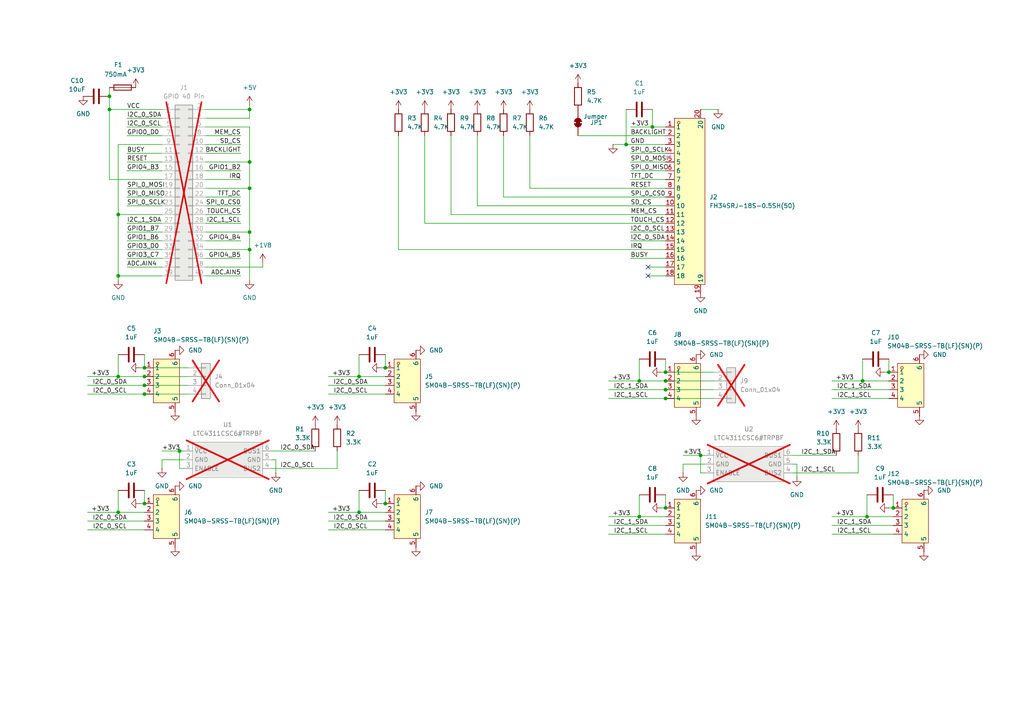
<source format=kicad_sch>
(kicad_sch (version 20231120) (generator "eeschema") (generator_version "8.0")
  (paper "A4")
  (title_block (title "EYESPI-Dual_I2C") (date "2024-12-11") (company "Edward Kisiel"))
  (lib_symbols
    (symbol "Connector_Generic:Conn_01x04" (pin_names (offset 1.016) hide)
      (property "Reference" "J" (at 0 5.08 0))
      (property "Value" "Conn_01x04" (at 0 -7.62 0))
      (symbol "Conn_01x04_1_1"
        (rectangle (start -1.27 -4.953) (end 0 -5.207) (stroke (width 0.1524)))
        (rectangle (start -1.27 -2.413) (end 0 -2.667) (stroke (width 0.1524)))
        (rectangle (start -1.27 0.127) (end 0 -0.127) (stroke (width 0.1524)))
        (rectangle (start -1.27 2.667) (end 0 2.413) (stroke (width 0.1524)))
        (rectangle (start -1.27 3.81) (end 1.27 -6.35) (stroke (width 0.254)) (fill (type background)))
        (pin passive line (at -5.08 2.54 0) (length 3.81) (name "Pin_1") (number "1"))
        (pin passive line (at -5.08 0 0) (length 3.81) (name "Pin_2") (number "2"))
        (pin passive line (at -5.08 -2.54 0) (length 3.81) (name "Pin_3") (number "3"))
        (pin passive line (at -5.08 -5.08 0) (length 3.81) (name "Pin_4") (number "4"))
      )
    )
    (symbol "Connector_Generic:Conn_02x20_Odd_Even" (pin_names (offset 1.016) hide)
      (property "Reference" "J" (at 1.27 25.4 0))
      (property "Value" "Conn_02x20_Odd_Even" (at 1.27 -27.94 0))
      (symbol "Conn_02x20_Odd_Even_1_1"
        (rectangle (start -1.27 -25.273) (end 0 -25.527) (stroke (width 0.1524)))
        (rectangle (start -1.27 -22.733) (end 0 -22.987) (stroke (width 0.1524)))
        (rectangle (start -1.27 -20.193) (end 0 -20.447) (stroke (width 0.1524)))
        (rectangle (start -1.27 -17.653) (end 0 -17.907) (stroke (width 0.1524)))
        (rectangle (start -1.27 -15.113) (end 0 -15.367) (stroke (width 0.1524)))
        (rectangle (start -1.27 -12.573) (end 0 -12.827) (stroke (width 0.1524)))
        (rectangle (start -1.27 -10.033) (end 0 -10.287) (stroke (width 0.1524)))
        (rectangle (start -1.27 -7.493) (end 0 -7.747) (stroke (width 0.1524)))
        (rectangle (start -1.27 -4.953) (end 0 -5.207) (stroke (width 0.1524)))
        (rectangle (start -1.27 -2.413) (end 0 -2.667) (stroke (width 0.1524)))
        (rectangle (start -1.27 0.127) (end 0 -0.127) (stroke (width 0.1524)))
        (rectangle (start -1.27 2.667) (end 0 2.413) (stroke (width 0.1524)))
        (rectangle (start -1.27 5.207) (end 0 4.953) (stroke (width 0.1524)))
        (rectangle (start -1.27 7.747) (end 0 7.493) (stroke (width 0.1524)))
        (rectangle (start -1.27 10.287) (end 0 10.033) (stroke (width 0.1524)))
        (rectangle (start -1.27 12.827) (end 0 12.573) (stroke (width 0.1524)))
        (rectangle (start -1.27 15.367) (end 0 15.113) (stroke (width 0.1524)))
        (rectangle (start -1.27 17.907) (end 0 17.653) (stroke (width 0.1524)))
        (rectangle (start -1.27 20.447) (end 0 20.193) (stroke (width 0.1524)))
        (rectangle (start -1.27 22.987) (end 0 22.733) (stroke (width 0.1524)))
        (rectangle (start -1.27 24.13) (end 3.81 -26.67) (stroke (width 0.254)) (fill (type background)))
        (rectangle (start 3.81 -25.273) (end 2.54 -25.527) (stroke (width 0.1524)))
        (rectangle (start 3.81 -22.733) (end 2.54 -22.987) (stroke (width 0.1524)))
        (rectangle (start 3.81 -20.193) (end 2.54 -20.447) (stroke (width 0.1524)))
        (rectangle (start 3.81 -17.653) (end 2.54 -17.907) (stroke (width 0.1524)))
        (rectangle (start 3.81 -15.113) (end 2.54 -15.367) (stroke (width 0.1524)))
        (rectangle (start 3.81 -12.573) (end 2.54 -12.827) (stroke (width 0.1524)))
        (rectangle (start 3.81 -10.033) (end 2.54 -10.287) (stroke (width 0.1524)))
        (rectangle (start 3.81 -7.493) (end 2.54 -7.747) (stroke (width 0.1524)))
        (rectangle (start 3.81 -4.953) (end 2.54 -5.207) (stroke (width 0.1524)))
        (rectangle (start 3.81 -2.413) (end 2.54 -2.667) (stroke (width 0.1524)))
        (rectangle (start 3.81 0.127) (end 2.54 -0.127) (stroke (width 0.1524)))
        (rectangle (start 3.81 2.667) (end 2.54 2.413) (stroke (width 0.1524)))
        (rectangle (start 3.81 5.207) (end 2.54 4.953) (stroke (width 0.1524)))
        (rectangle (start 3.81 7.747) (end 2.54 7.493) (stroke (width 0.1524)))
        (rectangle (start 3.81 10.287) (end 2.54 10.033) (stroke (width 0.1524)))
        (rectangle (start 3.81 12.827) (end 2.54 12.573) (stroke (width 0.1524)))
        (rectangle (start 3.81 15.367) (end 2.54 15.113) (stroke (width 0.1524)))
        (rectangle (start 3.81 17.907) (end 2.54 17.653) (stroke (width 0.1524)))
        (rectangle (start 3.81 20.447) (end 2.54 20.193) (stroke (width 0.1524)))
        (rectangle (start 3.81 22.987) (end 2.54 22.733) (stroke (width 0.1524)))
        (pin passive line (at -5.08 22.86 0) (length 3.81) (name "Pin_1") (number "1"))
        (pin passive line (at 7.62 12.7 180) (length 3.81) (name "Pin_10") (number "10"))
        (pin passive line (at -5.08 10.16 0) (length 3.81) (name "Pin_11") (number "11"))
        (pin passive line (at 7.62 10.16 180) (length 3.81) (name "Pin_12") (number "12"))
        (pin passive line (at -5.08 7.62 0) (length 3.81) (name "Pin_13") (number "13"))
        (pin passive line (at 7.62 7.62 180) (length 3.81) (name "Pin_14") (number "14"))
        (pin passive line (at -5.08 5.08 0) (length 3.81) (name "Pin_15") (number "15"))
        (pin passive line (at 7.62 5.08 180) (length 3.81) (name "Pin_16") (number "16"))
        (pin passive line (at -5.08 2.54 0) (length 3.81) (name "Pin_17") (number "17"))
        (pin passive line (at 7.62 2.54 180) (length 3.81) (name "Pin_18") (number "18"))
        (pin passive line (at -5.08 0 0) (length 3.81) (name "Pin_19") (number "19"))
        (pin passive line (at 7.62 22.86 180) (length 3.81) (name "Pin_2") (number "2"))
        (pin passive line (at 7.62 0 180) (length 3.81) (name "Pin_20") (number "20"))
        (pin passive line (at -5.08 -2.54 0) (length 3.81) (name "Pin_21") (number "21"))
        (pin passive line (at 7.62 -2.54 180) (length 3.81) (name "Pin_22") (number "22"))
        (pin passive line (at -5.08 -5.08 0) (length 3.81) (name "Pin_23") (number "23"))
        (pin passive line (at 7.62 -5.08 180) (length 3.81) (name "Pin_24") (number "24"))
        (pin passive line (at -5.08 -7.62 0) (length 3.81) (name "Pin_25") (number "25"))
        (pin passive line (at 7.62 -7.62 180) (length 3.81) (name "Pin_26") (number "26"))
        (pin passive line (at -5.08 -10.16 0) (length 3.81) (name "Pin_27") (number "27"))
        (pin passive line (at 7.62 -10.16 180) (length 3.81) (name "Pin_28") (number "28"))
        (pin passive line (at -5.08 -12.7 0) (length 3.81) (name "Pin_29") (number "29"))
        (pin passive line (at -5.08 20.32 0) (length 3.81) (name "Pin_3") (number "3"))
        (pin passive line (at 7.62 -12.7 180) (length 3.81) (name "Pin_30") (number "30"))
        (pin passive line (at -5.08 -15.24 0) (length 3.81) (name "Pin_31") (number "31"))
        (pin passive line (at 7.62 -15.24 180) (length 3.81) (name "Pin_32") (number "32"))
        (pin passive line (at -5.08 -17.78 0) (length 3.81) (name "Pin_33") (number "33"))
        (pin passive line (at 7.62 -17.78 180) (length 3.81) (name "Pin_34") (number "34"))
        (pin passive line (at -5.08 -20.32 0) (length 3.81) (name "Pin_35") (number "35"))
        (pin passive line (at 7.62 -20.32 180) (length 3.81) (name "Pin_36") (number "36"))
        (pin passive line (at -5.08 -22.86 0) (length 3.81) (name "Pin_37") (number "37"))
        (pin passive line (at 7.62 -22.86 180) (length 3.81) (name "Pin_38") (number "38"))
        (pin passive line (at -5.08 -25.4 0) (length 3.81) (name "Pin_39") (number "39"))
        (pin passive line (at 7.62 20.32 180) (length 3.81) (name "Pin_4") (number "4"))
        (pin passive line (at 7.62 -25.4 180) (length 3.81) (name "Pin_40") (number "40"))
        (pin passive line (at -5.08 17.78 0) (length 3.81) (name "Pin_5") (number "5"))
        (pin passive line (at 7.62 17.78 180) (length 3.81) (name "Pin_6") (number "6"))
        (pin passive line (at -5.08 15.24 0) (length 3.81) (name "Pin_7") (number "7"))
        (pin passive line (at 7.62 15.24 180) (length 3.81) (name "Pin_8") (number "8"))
        (pin passive line (at -5.08 12.7 0) (length 3.81) (name "Pin_9") (number "9"))
      )
    )
    (symbol "Device:C" (pin_numbers hide) (pin_names (offset 0.254))
      (property "Reference" "C" (at 0.635 2.54 0))
      (property "Value" "C" (at 0.635 -2.54 0))
      (symbol "C_0_1"
        (polyline (pts (xy -2.032 -0.762) (xy 2.032 -0.762)) (stroke (width 0.508)))
        (polyline (pts (xy -2.032 0.762) (xy 2.032 0.762)) (stroke (width 0.508)))
      )
      (symbol "C_1_1"
        (pin passive line (at 0 3.81 270) (length 2.794) (name "~") (number "1"))
        (pin passive line (at 0 -3.81 90) (length 2.794) (name "~") (number "2"))
      )
    )
    (symbol "Device:Fuse" (pin_numbers hide) (pin_names (offset 0))
      (property "Reference" "F" (at 2.032 0 90))
      (property "Value" "Fuse" (at -1.905 0 90))
      (symbol "Fuse_0_1"
        (rectangle (start -0.762 -2.54) (end 0.762 2.54) (stroke (width 0.254)))
        (polyline (pts (xy 0 2.54) (xy 0 -2.54)))
      )
      (symbol "Fuse_1_1"
        (pin passive line (at 0 3.81 270) (length 1.27) (name "~") (number "1"))
        (pin passive line (at 0 -3.81 90) (length 1.27) (name "~") (number "2"))
      )
    )
    (symbol "Device:R" (pin_numbers hide) (pin_names (offset 0))
      (property "Reference" "R" (at 2.032 0 90))
      (property "Value" "R" (at 0 0 90))
      (symbol "R_0_1"
        (rectangle (start -1.016 -2.54) (end 1.016 2.54) (stroke (width 0.254)))
      )
      (symbol "R_1_1"
        (pin passive line (at 0 3.81 270) (length 1.27) (name "~") (number "1"))
        (pin passive line (at 0 -3.81 90) (length 1.27) (name "~") (number "2"))
      )
    )
    (symbol "Jumper:SolderJumper_2_Bridged" (pin_numbers hide) (pin_names (offset 0) hide) (exclude_from_sim yes) (in_bom no)
      (property "Reference" "JP" (at 0 2.032 0))
      (property "Value" "SolderJumper_2_Bridged" (at 0 -2.54 0))
      (symbol "SolderJumper_2_Bridged_0_1"
        (rectangle (start -0.508 0.508) (end 0.508 -0.508) (fill (type outline)))
        (arc (start -0.254 1.016) (mid -1.2656 0) (end -0.254 -1.016))
        (arc (start -0.254 1.016) (mid -1.2656 0) (end -0.254 -1.016) (fill (type outline)))
        (polyline (pts (xy -0.254 1.016) (xy -0.254 -1.016)))
        (polyline (pts (xy 0.254 1.016) (xy 0.254 -1.016)))
        (arc (start 0.254 -1.016) (mid 1.2656 0) (end 0.254 1.016))
        (arc (start 0.254 -1.016) (mid 1.2656 0) (end 0.254 1.016) (fill (type outline)))
      )
      (symbol "SolderJumper_2_Bridged_1_1"
        (pin passive line (at -3.81 0 0) (length 2.54) (name "A") (number "1"))
        (pin passive line (at 3.81 0 180) (length 2.54) (name "B") (number "2"))
      )
    )
    (symbol "easyeda2kicad:FH34SRJ-18S-0.5SH(50)"
      (property "Reference" "U" (at 0 31.75 0))
      (property "Value" "FH34SRJ-18S-0.5SH(50)" (at 0 -31.75 0))
      (symbol "FH34SRJ-18S-0.5SH(50)_0_1"
        (rectangle (start -2.54 24.13) (end 6.35 -24.13) (fill (type background)))
        (circle (center -1.27 22.86) (radius 0.38))
        (pin unspecified line (at -5.08 21.59 0) (length 2.54) (name "1") (number "1"))
        (pin unspecified line (at -5.08 -1.27 0) (length 2.54) (name "10") (number "10"))
        (pin unspecified line (at -5.08 -3.81 0) (length 2.54) (name "11") (number "11"))
        (pin unspecified line (at -5.08 -6.35 0) (length 2.54) (name "12") (number "12"))
        (pin unspecified line (at -5.08 -8.89 0) (length 2.54) (name "13") (number "13"))
        (pin unspecified line (at -5.08 -11.43 0) (length 2.54) (name "14") (number "14"))
        (pin unspecified line (at -5.08 -13.97 0) (length 2.54) (name "15") (number "15"))
        (pin unspecified line (at -5.08 -16.51 0) (length 2.54) (name "16") (number "16"))
        (pin unspecified line (at -5.08 -19.05 0) (length 2.54) (name "17") (number "17"))
        (pin unspecified line (at -5.08 -21.59 0) (length 2.54) (name "18") (number "18"))
        (pin unspecified line (at 5.08 -26.67 90) (length 2.54) (name "19") (number "19"))
        (pin unspecified line (at -5.08 19.05 0) (length 2.54) (name "2") (number "2"))
        (pin unspecified line (at 5.08 26.67 270) (length 2.54) (name "20") (number "20"))
        (pin unspecified line (at -5.08 16.51 0) (length 2.54) (name "3") (number "3"))
        (pin unspecified line (at -5.08 13.97 0) (length 2.54) (name "4") (number "4"))
        (pin unspecified line (at -5.08 11.43 0) (length 2.54) (name "5") (number "5"))
        (pin unspecified line (at -5.08 8.89 0) (length 2.54) (name "6") (number "6"))
        (pin unspecified line (at -5.08 6.35 0) (length 2.54) (name "7") (number "7"))
        (pin unspecified line (at -5.08 3.81 0) (length 2.54) (name "8") (number "8"))
        (pin unspecified line (at -5.08 1.27 0) (length 2.54) (name "9") (number "9"))
      )
    )
    (symbol "easyeda2kicad:LTC4311CSC6#TRPBF"
      (property "Reference" "U" (at 0 7.62 0))
      (property "Value" "LTC4311CSC6#TRPBF" (at 0 -7.62 0))
      (symbol "LTC4311CSC6#TRPBF_0_1"
        (rectangle (start -10.16 5.08) (end 10.16 -5.08) (fill (type background)))
        (circle (center -8.89 3.81) (radius 0.38))
        (pin unspecified line (at -12.7 2.54 0) (length 2.54) (name "VCC") (number "1"))
        (pin unspecified line (at -12.7 0 0) (length 2.54) (name "GND") (number "2"))
        (pin unspecified line (at -12.7 -2.54 0) (length 2.54) (name "ENABLE") (number "3"))
        (pin unspecified line (at 12.7 -2.54 180) (length 2.54) (name "BUS2") (number "4"))
        (pin unspecified line (at 12.7 0 180) (length 2.54) (name "GND") (number "5"))
        (pin unspecified line (at 12.7 2.54 180) (length 2.54) (name "BUS1") (number "6"))
      )
    )
    (symbol "easyeda2kicad:SM04B-SRSS-TB(LF)(SN)(P)"
      (property "Reference" "U" (at 0 13.97 0))
      (property "Value" "SM04B-SRSS-TB(LF)(SN)(P)" (at 0 -13.97 0))
      (symbol "SM04B-SRSS-TB(LF)(SN)(P)_0_1"
        (rectangle (start -2.54 6.35) (end 5.08 -6.35) (fill (type background)))
        (circle (center -1.27 5.08) (radius 0.38))
        (pin unspecified line (at -5.08 3.81 0) (length 2.54) (name "1") (number "1"))
        (pin unspecified line (at -5.08 1.27 0) (length 2.54) (name "2") (number "2"))
        (pin unspecified line (at -5.08 -1.27 0) (length 2.54) (name "3") (number "3"))
        (pin unspecified line (at -5.08 -3.81 0) (length 2.54) (name "4") (number "4"))
        (pin unspecified line (at 3.81 -8.89 90) (length 2.54) (name "5") (number "5"))
        (pin unspecified line (at 3.81 8.89 270) (length 2.54) (name "6") (number "6"))
      )
    )
    (symbol "power:+1V8" (power) (pin_numbers hide) (pin_names (offset 0) hide)
      (property "Value" "+1V8" (at 0 3.556 0))
      (symbol "+1V8_0_1"
        (polyline (pts (xy -0.762 1.27) (xy 0 2.54)))
        (polyline (pts (xy 0 0) (xy 0 2.54)))
        (polyline (pts (xy 0 2.54) (xy 0.762 1.27)))
      )
      (symbol "+1V8_1_1"
        (pin power_in line (at 0 0 90) (length 0) (name "~") (number "1"))
      )
    )
    (symbol "power:+3V3" (power) (pin_numbers hide) (pin_names (offset 0) hide)
      (property "Value" "+3V3" (at 0 3.556 0))
      (symbol "+3V3_0_1"
        (polyline (pts (xy -0.762 1.27) (xy 0 2.54)))
        (polyline (pts (xy 0 0) (xy 0 2.54)))
        (polyline (pts (xy 0 2.54) (xy 0.762 1.27)))
      )
      (symbol "+3V3_1_1"
        (pin power_in line (at 0 0 90) (length 0) (name "~") (number "1"))
      )
    )
    (symbol "power:+5V" (power) (pin_numbers hide) (pin_names (offset 0) hide)
      (property "Value" "+5V" (at 0 3.556 0))
      (symbol "+5V_0_1"
        (polyline (pts (xy -0.762 1.27) (xy 0 2.54)))
        (polyline (pts (xy 0 0) (xy 0 2.54)))
        (polyline (pts (xy 0 2.54) (xy 0.762 1.27)))
      )
      (symbol "+5V_1_1"
        (pin power_in line (at 0 0 90) (length 0) (name "~") (number "1"))
      )
    )
    (symbol "power:GND" (power) (pin_numbers hide) (pin_names (offset 0) hide)
      (property "Value" "GND" (at 0 -3.81 0))
      (symbol "GND_0_1"
        (polyline (pts (xy 0 0) (xy 0 -1.27) (xy 1.27 -1.27) (xy 0 -2.54) (xy -1.27 -1.27) (xy 0 -1.27)))
      )
      (symbol "GND_1_1"
        (pin power_in line (at 0 0 270) (length 0) (name "~") (number "1"))
      )
    )
    (symbol "power:VCC" (power) (pin_numbers hide) (pin_names (offset 0) hide)
      (property "Value" "VCC" (at 0 3.556 0))
      (symbol "VCC_0_1"
        (polyline (pts (xy -0.762 1.27) (xy 0 2.54)))
        (polyline (pts (xy 0 0) (xy 0 2.54)))
        (polyline (pts (xy 0 2.54) (xy 0.762 1.27)))
      )
      (symbol "VCC_1_1"
        (pin power_in line (at 0 0 90) (length 0) (name "~") (number "1"))
      )
    )
  )
  (junction (at 72.39 54.61))
  (junction (at 193.04 115.57))
  (junction (at 52.07 130.81))
  (junction (at 250.19 110.49))
  (junction (at 31.75 31.75))
  (junction (at 111.76 106.68))
  (junction (at 72.39 31.75))
  (junction (at 34.29 109.22))
  (junction (at 41.91 106.68))
  (junction (at 193.04 110.49))
  (junction (at 72.39 67.31))
  (junction (at 104.14 109.22))
  (junction (at 193.04 107.95))
  (junction (at 31.75 27.94))
  (junction (at 259.08 147.32))
  (junction (at 41.91 109.22))
  (junction (at 185.42 110.49))
  (junction (at 257.81 107.95))
  (junction (at 41.91 114.3))
  (junction (at 111.76 146.05))
  (junction (at 185.42 149.86))
  (junction (at 41.91 146.05))
  (junction (at 193.04 147.32))
  (junction (at 189.23 36.83))
  (junction (at 181.61 41.91))
  (junction (at 34.29 148.59))
  (junction (at 203.2 132.08))
  (junction (at 72.39 72.39))
  (junction (at 193.04 113.03))
  (junction (at 104.14 148.59))
  (junction (at 251.46 149.86))
  (junction (at 34.29 62.23))
  (junction (at 41.91 111.76))
  (junction (at 34.29 80.01))
  (junction (at 72.39 46.99))
  (no_connect (at 187.96 80.01))
  (no_connect (at 187.96 77.47))
  (wire (pts (xy 123.19 64.77) (xy 193.04 64.77)))
  (wire (pts (xy 248.92 137.16) (xy 248.92 132.08)))
  (wire (pts (xy 36.83 44.45) (xy 46.99 44.45)))
  (wire (pts (xy 153.67 54.61) (xy 193.04 54.61)))
  (wire (pts (xy 72.39 46.99) (xy 72.39 36.83)))
  (wire (pts (xy 41.91 114.3) (xy 54.61 114.3)))
  (wire (pts (xy 36.83 57.15) (xy 46.99 57.15)))
  (wire (pts (xy 193.04 72.39) (xy 115.57 72.39)))
  (wire (pts (xy 59.69 74.93) (xy 69.85 74.93)))
  (wire (pts (xy 59.69 52.07) (xy 69.85 52.07)))
  (wire (pts (xy 95.25 111.76) (xy 111.76 111.76)))
  (wire (pts (xy 189.23 31.75) (xy 189.23 36.83)))
  (wire (pts (xy 59.69 34.29) (xy 72.39 34.29)))
  (wire (pts (xy 59.69 39.37) (xy 69.85 39.37)))
  (wire (pts (xy 34.29 62.23) (xy 34.29 41.91)))
  (wire (pts (xy 76.2 76.2) (xy 76.2 77.47)))
  (wire (pts (xy 229.87 134.62) (xy 231.14 134.62)))
  (wire (pts (xy 177.8 41.91) (xy 181.61 41.91)))
  (wire (pts (xy 95.25 151.13) (xy 111.76 151.13)))
  (wire (pts (xy 193.04 107.95) (xy 207.01 107.95)))
  (wire (pts (xy 36.83 72.39) (xy 46.99 72.39)))
  (wire (pts (xy 41.91 109.22) (xy 54.61 109.22)))
  (wire (pts (xy 34.29 102.87) (xy 34.29 109.22)))
  (wire (pts (xy 231.14 134.62) (xy 231.14 138.43)))
  (wire (pts (xy 104.14 109.22) (xy 111.76 109.22)))
  (wire (pts (xy 72.39 31.75) (xy 72.39 30.48)))
  (wire (pts (xy 193.04 115.57) (xy 207.01 115.57)))
  (wire (pts (xy 72.39 31.75) (xy 59.69 31.75)))
  (wire (pts (xy 181.61 31.75) (xy 181.61 41.91)))
  (wire (pts (xy 130.81 62.23) (xy 193.04 62.23)))
  (wire (pts (xy 36.83 74.93) (xy 46.99 74.93)))
  (wire (pts (xy 198.12 132.08) (xy 203.2 132.08)))
  (wire (pts (xy 52.07 135.89) (xy 52.07 130.81)))
  (wire (pts (xy 36.83 54.61) (xy 46.99 54.61)))
  (wire (pts (xy 40.64 106.68) (xy 41.91 106.68)))
  (wire (pts (xy 52.07 130.81) (xy 53.34 130.81)))
  (wire (pts (xy 34.29 80.01) (xy 46.99 80.01)))
  (wire (pts (xy 25.4 151.13) (xy 41.91 151.13)))
  (wire (pts (xy 176.53 113.03) (xy 193.04 113.03)))
  (wire (pts (xy 41.91 106.68) (xy 54.61 106.68)))
  (wire (pts (xy 193.04 143.51) (xy 193.04 147.32)))
  (wire (pts (xy 31.75 31.75) (xy 31.75 52.07)))
  (wire (pts (xy 25.4 148.59) (xy 34.29 148.59)))
  (wire (pts (xy 241.3 110.49) (xy 250.19 110.49)))
  (wire (pts (xy 59.69 72.39) (xy 72.39 72.39)))
  (wire (pts (xy 59.69 46.99) (xy 72.39 46.99)))
  (wire (pts (xy 72.39 81.28) (xy 72.39 72.39)))
  (wire (pts (xy 203.2 137.16) (xy 203.2 132.08)))
  (wire (pts (xy 40.64 146.05) (xy 41.91 146.05)))
  (wire (pts (xy 187.96 80.01) (xy 193.04 80.01)))
  (wire (pts (xy 111.76 153.67) (xy 95.25 153.67)))
  (wire (pts (xy 176.53 149.86) (xy 185.42 149.86)))
  (wire (pts (xy 167.64 39.37) (xy 193.04 39.37)))
  (wire (pts (xy 185.42 110.49) (xy 193.04 110.49)))
  (wire (pts (xy 95.25 109.22) (xy 104.14 109.22)))
  (wire (pts (xy 182.88 46.99) (xy 193.04 46.99)))
  (wire (pts (xy 53.34 133.35) (xy 46.99 133.35)))
  (wire (pts (xy 256.54 107.95) (xy 257.81 107.95)))
  (wire (pts (xy 241.3 113.03) (xy 257.81 113.03)))
  (wire (pts (xy 185.42 143.51) (xy 185.42 149.86)))
  (wire (pts (xy 130.81 62.23) (xy 130.81 39.37)))
  (wire (pts (xy 41.91 142.24) (xy 41.91 146.05)))
  (wire (pts (xy 97.79 135.89) (xy 97.79 130.81)))
  (wire (pts (xy 198.12 134.62) (xy 198.12 137.16)))
  (wire (pts (xy 36.83 39.37) (xy 46.99 39.37)))
  (wire (pts (xy 25.4 153.67) (xy 41.91 153.67)))
  (wire (pts (xy 250.19 110.49) (xy 257.81 110.49)))
  (wire (pts (xy 176.53 115.57) (xy 193.04 115.57)))
  (wire (pts (xy 185.42 104.14) (xy 185.42 110.49)))
  (wire (pts (xy 59.69 67.31) (xy 72.39 67.31)))
  (wire (pts (xy 34.29 62.23) (xy 34.29 80.01)))
  (wire (pts (xy 182.88 44.45) (xy 193.04 44.45)))
  (wire (pts (xy 182.88 52.07) (xy 193.04 52.07)))
  (wire (pts (xy 36.83 34.29) (xy 46.99 34.29)))
  (wire (pts (xy 76.2 77.47) (xy 59.69 77.47)))
  (wire (pts (xy 193.04 107.95) (xy 193.04 104.14)))
  (wire (pts (xy 257.81 115.57) (xy 241.3 115.57)))
  (wire (pts (xy 36.83 36.83) (xy 46.99 36.83)))
  (wire (pts (xy 153.67 54.61) (xy 153.67 39.37)))
  (wire (pts (xy 111.76 114.3) (xy 95.25 114.3)))
  (wire (pts (xy 72.39 34.29) (xy 72.39 31.75)))
  (wire (pts (xy 34.29 81.28) (xy 34.29 80.01)))
  (wire (pts (xy 193.04 67.31) (xy 182.88 67.31)))
  (wire (pts (xy 72.39 67.31) (xy 72.39 54.61)))
  (wire (pts (xy 185.42 149.86) (xy 193.04 149.86)))
  (wire (pts (xy 193.04 154.94) (xy 176.53 154.94)))
  (wire (pts (xy 36.83 67.31) (xy 46.99 67.31)))
  (wire (pts (xy 229.87 132.08) (xy 242.57 132.08)))
  (wire (pts (xy 204.47 137.16) (xy 203.2 137.16)))
  (wire (pts (xy 251.46 149.86) (xy 259.08 149.86)))
  (wire (pts (xy 78.74 130.81) (xy 91.44 130.81)))
  (wire (pts (xy 259.08 143.51) (xy 259.08 147.32)))
  (wire (pts (xy 25.4 114.3) (xy 41.91 114.3)))
  (wire (pts (xy 115.57 72.39) (xy 115.57 39.37)))
  (wire (pts (xy 182.88 74.93) (xy 193.04 74.93)))
  (wire (pts (xy 138.43 59.69) (xy 138.43 39.37)))
  (wire (pts (xy 46.99 62.23) (xy 34.29 62.23)))
  (wire (pts (xy 80.01 133.35) (xy 80.01 137.16)))
  (wire (pts (xy 34.29 41.91) (xy 46.99 41.91)))
  (wire (pts (xy 25.4 109.22) (xy 34.29 109.22)))
  (wire (pts (xy 59.69 54.61) (xy 72.39 54.61)))
  (wire (pts (xy 110.49 146.05) (xy 111.76 146.05)))
  (wire (pts (xy 111.76 142.24) (xy 111.76 146.05)))
  (wire (pts (xy 31.75 27.94) (xy 31.75 31.75)))
  (wire (pts (xy 59.69 57.15) (xy 69.85 57.15)))
  (wire (pts (xy 193.04 69.85) (xy 182.88 69.85)))
  (wire (pts (xy 146.05 57.15) (xy 193.04 57.15)))
  (wire (pts (xy 123.19 64.77) (xy 123.19 39.37)))
  (wire (pts (xy 187.96 77.47) (xy 193.04 77.47)))
  (wire (pts (xy 95.25 148.59) (xy 104.14 148.59)))
  (wire (pts (xy 181.61 41.91) (xy 193.04 41.91)))
  (wire (pts (xy 36.83 77.47) (xy 46.99 77.47)))
  (wire (pts (xy 59.69 64.77) (xy 69.85 64.77)))
  (wire (pts (xy 176.53 152.4) (xy 193.04 152.4)))
  (wire (pts (xy 241.3 152.4) (xy 259.08 152.4)))
  (wire (pts (xy 36.83 49.53) (xy 46.99 49.53)))
  (wire (pts (xy 34.29 148.59) (xy 41.91 148.59)))
  (wire (pts (xy 241.3 154.94) (xy 259.08 154.94)))
  (wire (pts (xy 46.99 52.07) (xy 31.75 52.07)))
  (wire (pts (xy 193.04 110.49) (xy 207.01 110.49)))
  (wire (pts (xy 72.39 72.39) (xy 72.39 67.31)))
  (wire (pts (xy 176.53 110.49) (xy 185.42 110.49)))
  (wire (pts (xy 59.69 49.53) (xy 69.85 49.53)))
  (wire (pts (xy 182.88 36.83) (xy 189.23 36.83)))
  (wire (pts (xy 41.91 102.87) (xy 41.91 106.68)))
  (wire (pts (xy 251.46 143.51) (xy 251.46 149.86)))
  (wire (pts (xy 59.69 44.45) (xy 69.85 44.45)))
  (wire (pts (xy 104.14 102.87) (xy 104.14 109.22)))
  (wire (pts (xy 203.2 31.75) (xy 208.28 31.75)))
  (wire (pts (xy 46.99 133.35) (xy 46.99 135.89)))
  (wire (pts (xy 59.69 59.69) (xy 69.85 59.69)))
  (wire (pts (xy 46.99 130.81) (xy 52.07 130.81)))
  (wire (pts (xy 41.91 111.76) (xy 54.61 111.76)))
  (wire (pts (xy 250.19 104.14) (xy 250.19 110.49)))
  (wire (pts (xy 78.74 135.89) (xy 97.79 135.89)))
  (wire (pts (xy 110.49 106.68) (xy 111.76 106.68)))
  (wire (pts (xy 229.87 137.16) (xy 248.92 137.16)))
  (wire (pts (xy 193.04 113.03) (xy 207.01 113.03)))
  (wire (pts (xy 191.77 147.32) (xy 193.04 147.32)))
  (wire (pts (xy 182.88 49.53) (xy 193.04 49.53)))
  (wire (pts (xy 104.14 148.59) (xy 111.76 148.59)))
  (wire (pts (xy 36.83 46.99) (xy 46.99 46.99)))
  (wire (pts (xy 189.23 36.83) (xy 193.04 36.83)))
  (wire (pts (xy 59.69 69.85) (xy 69.85 69.85)))
  (wire (pts (xy 257.81 104.14) (xy 257.81 107.95)))
  (wire (pts (xy 241.3 149.86) (xy 251.46 149.86)))
  (wire (pts (xy 59.69 80.01) (xy 69.85 80.01)))
  (wire (pts (xy 53.34 135.89) (xy 52.07 135.89)))
  (wire (pts (xy 146.05 57.15) (xy 146.05 39.37)))
  (wire (pts (xy 138.43 59.69) (xy 193.04 59.69)))
  (wire (pts (xy 59.69 41.91) (xy 69.85 41.91)))
  (wire (pts (xy 59.69 62.23) (xy 69.85 62.23)))
  (wire (pts (xy 31.75 31.75) (xy 46.99 31.75)))
  (wire (pts (xy 36.83 59.69) (xy 46.99 59.69)))
  (wire (pts (xy 111.76 102.87) (xy 111.76 106.68)))
  (wire (pts (xy 34.29 109.22) (xy 41.91 109.22)))
  (wire (pts (xy 78.74 133.35) (xy 80.01 133.35)))
  (wire (pts (xy 72.39 54.61) (xy 72.39 46.99)))
  (wire (pts (xy 31.75 25.4) (xy 31.75 27.94)))
  (wire (pts (xy 257.81 147.32) (xy 259.08 147.32)))
  (wire (pts (xy 72.39 36.83) (xy 59.69 36.83)))
  (wire (pts (xy 34.29 142.24) (xy 34.29 148.59)))
  (wire (pts (xy 104.14 142.24) (xy 104.14 148.59)))
  (wire (pts (xy 36.83 69.85) (xy 46.99 69.85)))
  (wire (pts (xy 204.47 134.62) (xy 198.12 134.62)))
  (wire (pts (xy 25.4 111.76) (xy 41.91 111.76)))
  (wire (pts (xy 191.77 107.95) (xy 193.04 107.95)))
  (wire (pts (xy 203.2 132.08) (xy 204.47 132.08)))
  (wire (pts (xy 36.83 64.77) (xy 46.99 64.77)))
  (image (at -77.47 69.85) (scale 0.515989))
  (label "I2C_0_SCL" (at 81.28 135.89 0))
  (label "GPIO4_B3" (at 36.83 49.53 0))
  (label "GPIO1_B6" (at 36.83 69.85 0))
  (label "SPI_0_MISO" (at 182.88 49.53 0))
  (label "TFT_DC" (at 69.85 57.15 180))
  (label "MEM_CS" (at 69.85 39.37 180))
  (label "I2C_1_SCL" (at 252.73 115.57 180))
  (label "TOUCH_CS" (at 69.85 62.23 180))
  (label "SPI_0_SCLK" (at 182.88 44.45 0))
  (label "RESET" (at 182.88 54.61 0))
  (label "I2C_0_SDA" (at 81.28 130.81 0))
  (label "SD_CS" (at 69.85 41.91 180))
  (label "I2C_1_SCL" (at 232.41 137.16 0))
  (label "I2C_0_SDA" (at 36.83 151.13 180))
  (label "IRQ" (at 182.88 72.39 0))
  (label "GPIO3_D0" (at 36.83 72.39 0))
  (label "SPI_0_CS0" (at 182.88 57.15 0))
  (label "RESET" (at 36.83 46.99 0))
  (label "SD_CS" (at 182.88 59.69 0))
  (label "BUSY" (at 36.83 44.45 0))
  (label "I2C_0_SCL" (at 36.83 153.67 180))
  (label "I2C_1_SCL" (at 252.73 154.94 180))
  (label "MEM_CS" (at 182.88 62.23 0))
  (label "SPI_0_MOSI" (at 182.88 46.99 0))
  (label "I2C_1_SDA" (at 187.96 152.4 180))
  (label "+3V3" (at 182.88 110.49 180))
  (label "IRQ" (at 69.85 52.07 180))
  (label "I2C_0_SCL" (at 36.83 36.83 0))
  (label "I2C_1_SCL" (at 187.96 154.94 180))
  (label "I2C_1_SCL" (at 69.85 64.77 180))
  (label "+3V3" (at 182.88 36.83 0))
  (label "SPI_0_CS0" (at 69.85 59.69 180))
  (label "ADC.AIN5" (at 69.85 80.01 180))
  (label "I2C_0_SCL" (at 106.68 114.3 180))
  (label "I2C_0_SDA" (at 106.68 151.13 180))
  (label "I2C_1_SCL" (at 187.96 115.57 180))
  (label "TFT_DC" (at 182.88 52.07 0))
  (label "BUSY" (at 182.88 74.93 0))
  (label "+3V3" (at 247.65 149.86 180))
  (label "+3V3" (at 198.12 132.08 0))
  (label "SPI_0_MOSI" (at 36.83 54.61 0))
  (label "GPIO1_B2" (at 69.85 49.53 180))
  (label "GPIO3_C7" (at 36.83 74.93 0))
  (label "+3V3" (at 101.6 109.22 180))
  (label "I2C_0_SCL" (at 182.88 67.31 0))
  (label "I2C_1_SDA" (at 232.41 132.08 0))
  (label "I2C_0_SCL" (at 106.68 153.67 180))
  (label "+3V3" (at 182.88 149.86 180))
  (label "ADC.AIN4" (at 36.83 77.47 0))
  (label "GPIO1_B7" (at 36.83 67.31 0))
  (label "BACKLIGHT" (at 69.85 44.45 180))
  (label "TOUCH_CS" (at 182.88 64.77 0))
  (label "GPIO4_B4" (at 69.85 69.85 180))
  (label "GPIO0_D0" (at 36.83 39.37 0))
  (label "+3V3" (at 31.75 148.59 180))
  (label "+3V3" (at 46.99 130.81 0))
  (label "+3V3" (at 31.75 109.22 180))
  (label "GPIO4_B5" (at 69.85 74.93 180))
  (label "I2C_1_SDA" (at 252.73 152.4 180))
  (label "GND" (at 182.88 41.91 0))
  (label "+3V3" (at 101.6 148.59 180))
  (label "VCC" (at 36.83 31.75 0))
  (label "BACKLIGHT" (at 182.88 39.37 0))
  (label "I2C_0_SDA" (at 182.88 69.85 0))
  (label "SPI_0_SCLK" (at 36.83 59.69 0))
  (label "I2C_0_SDA" (at 36.83 34.29 0))
  (label "I2C_0_SDA" (at 106.68 111.76 180))
  (label "+3V3" (at 247.65 110.49 180))
  (label "I2C_1_SDA" (at 36.83 64.77 0))
  (label "I2C_0_SCL" (at 36.83 114.3 180))
  (label "SPI_0_MISO" (at 36.83 57.15 0))
  (label "I2C_0_SDA" (at 36.83 111.76 180))
  (label "I2C_1_SDA" (at 252.73 113.03 180))
  (label "I2C_1_SDA" (at 187.96 113.03 180))
  (symbol (lib_id "power:GND") (at 46.99 135.89 0) (unit 1)
    (property "Reference" "#PWR09" (effects (hide yes)))
    (property "Value" "GND" (at 46.99 140.97 0))
    (property "Description" "Power symbol creates a global label with name \"GND\" , ground" (effects (hide yes)))
  )
  (symbol (lib_id "Connector_Generic:Conn_01x04") (at 212.09 110.49 0) (unit 1) (dnp yes)
    (property "Reference" "J9" (at 214.63 110.4899 0) (effects (justify left)))
    (property "Value" "Conn_01x04" (at 214.63 113.0299 0) (effects (justify left)))
    (property "Footprint" "Connector_PinHeader_2.54mm:PinHeader_1x04_P2.54mm_Horizontal" (effects (hide yes)))
    (property "Description" "Generic connector, single row, 01x04, script generated (kicad-library-utils/schlib/autogen/connector/)" (effects (hide yes)))
  )
  (symbol (lib_id "power:GND") (at 72.39 81.28 0) (unit 1)
    (property "Reference" "#PWR08" (effects (hide yes)))
    (property "Value" "GND" (at 72.39 86.36 0))
    (property "Description" "Power symbol creates a global label with name \"GND\" , ground" (effects (hide yes)))
  )
  (symbol (lib_id "power:VCC") (at 138.43 31.75 0) (unit 1)
    (property "Reference" "#PWR01" (effects (hide yes)))
    (property "Value" "+3V3" (at 138.43 26.67 0))
    (property "Description" "Power symbol creates a global label with name \"VCC\"" (effects (hide yes)))
  )
  (symbol (lib_id "Device:R") (at 97.79 127 0) (unit 1)
    (property "Reference" "R2" (at 100.33 125.7299 0) (effects (justify left)))
    (property "Value" "3.3K" (at 100.33 128.2699 0) (effects (justify left)))
    (property "Footprint" "Resistor_SMD:R_0603_1608Metric" (effects (hide yes)))
    (property "Description" "Resistor" (effects (hide yes)))
  )
  (symbol (lib_id "power:GND") (at 267.97 160.02 0) (unit 1)
    (property "Reference" "#PWR022" (effects (hide yes)))
    (property "Value" "GND" (effects (hide yes)))
  )
  (symbol (lib_id "Connector_Generic:Conn_01x04") (at 59.69 109.22 0) (unit 1) (dnp yes)
    (property "Reference" "J4" (at 62.23 109.2199 0) (effects (justify left)))
    (property "Value" "Conn_01x04" (at 62.23 111.7599 0) (effects (justify left)))
    (property "Footprint" "Connector_PinHeader_2.54mm:PinHeader_1x04_P2.54mm_Horizontal" (effects (hide yes)))
    (property "Description" "Generic connector, single row, 01x04, script generated (kicad-library-utils/schlib/autogen/connector/)" (effects (hide yes)))
  )
  (symbol (lib_id "power:GND") (at 120.65 158.75 0) (unit 1)
    (property "Reference" "#PWR0114" (effects (hide yes)))
    (property "Value" "GND" (effects (hide yes)))
  )
  (symbol (lib_id "Device:C") (at 254 104.14 90) (unit 1)
    (property "Reference" "C7" (at 254 96.52 90))
    (property "Value" "1uF" (at 254 99.06 90))
    (property "Footprint" "Capacitor_SMD:C_0603_1608Metric" (effects (hide yes)))
    (property "Description" "Unpolarized capacitor" (effects (hide yes)))
  )
  (symbol (lib_id "easyeda2kicad:SM04B-SRSS-TB(LF)(SN)(P)") (at 46.99 149.86 0) (unit 1)
    (property "Reference" "J6" (at 53.34 148.5899 0) (effects (justify left)))
    (property "Value" "SM04B-SRSS-TB(LF)(SN)(P)" (at 53.34 151.1299 0) (effects (justify left)))
    (property "Footprint" "easyeda2kicad:CONN-SMD_4P-P1.00_SM04B-SRSS-TB-LF-SN" (effects (hide yes)))
    (property "LCSC Part" "C28867426" (effects (hide yes)))
  )
  (symbol (lib_id "easyeda2kicad:LTC4311CSC6#TRPBF") (at 66.04 133.35 0) (unit 1) (dnp yes)
    (property "Reference" "U1" (at 66.04 123.19 0))
    (property "Value" "LTC4311CSC6#TRPBF" (at 66.04 125.73 0))
    (property "Footprint" "easyeda2kicad:SC-70-6_L2.1-W1.3-P0.65-LS2.1-BR" (effects (hide yes)))
    (property "LCSC Part" "C580856" (effects (hide yes)))
  )
  (symbol (lib_id "power:GND") (at 191.77 147.32 270) (unit 1)
    (property "Reference" "#PWR019" (effects (hide yes)))
    (property "Value" "GND" (effects (hide yes)))
  )
  (symbol (lib_id "Device:C") (at 38.1 142.24 90) (unit 1)
    (property "Reference" "C3" (at 38.1 134.62 90))
    (property "Value" "1uF" (at 38.1 137.16 90))
    (property "Footprint" "Capacitor_SMD:C_0603_1608Metric" (effects (hide yes)))
    (property "Description" "Unpolarized capacitor" (effects (hide yes)))
  )
  (symbol (lib_id "Device:C") (at 27.94 27.94 90) (unit 1)
    (property "Reference" "C10" (at 22.352 23.368 90))
    (property "Value" "10uF" (at 22.352 25.908 90))
    (property "Footprint" "Capacitor_SMD:C_0603_1608Metric" (effects (hide yes)))
    (property "Description" "Unpolarized capacitor" (effects (hide yes)))
  )
  (symbol (lib_id "power:GND") (at 120.65 101.6 90) (unit 1)
    (property "Reference" "#PWR037" (effects (hide yes)))
    (property "Value" "GND" (at 124.46 101.5999 90) (effects (justify right)))
    (property "Description" "Power symbol creates a global label with name \"GND\" , ground" (effects (hide yes)))
  )
  (symbol (lib_id "power:+1V8") (at 76.2 76.2 0) (unit 1)
    (property "Reference" "#PWR06" (effects (hide yes)))
    (property "Value" "+1V8" (at 76.2 71.12 0))
    (property "Description" "Power symbol creates a global label with name \"+1V8\"" (effects (hide yes)))
  )
  (symbol (lib_id "easyeda2kicad:SM04B-SRSS-TB(LF)(SN)(P)") (at 198.12 111.76 0) (unit 1)
    (property "Reference" "J8" (at 195.326 97.028 0) (effects (justify left)))
    (property "Value" "SM04B-SRSS-TB(LF)(SN)(P)" (at 195.326 99.568 0) (effects (justify left)))
    (property "Footprint" "easyeda2kicad:CONN-SMD_4P-P1.00_SM04B-SRSS-TB-LF-SN" (effects (hide yes)))
    (property "LCSC Part" "C28867426" (effects (hide yes)))
  )
  (symbol (lib_id "easyeda2kicad:SM04B-SRSS-TB(LF)(SN)(P)") (at 262.89 111.76 0) (unit 1)
    (property "Reference" "J10" (at 257.302 97.79 0) (effects (justify left)))
    (property "Value" "SM04B-SRSS-TB(LF)(SN)(P)" (at 257.302 100.33 0) (effects (justify left)))
    (property "Footprint" "easyeda2kicad:CONN-SMD_4P-P1.00_SM04B-SRSS-TB-LF-SN" (effects (hide yes)))
    (property "LCSC Part" "C28867426" (effects (hide yes)))
  )
  (symbol (lib_id "Device:C") (at 189.23 143.51 90) (unit 1)
    (property "Reference" "C8" (at 189.23 135.89 90))
    (property "Value" "1uF" (at 189.23 138.43 90))
    (property "Footprint" "Capacitor_SMD:C_0603_1608Metric" (effects (hide yes)))
    (property "Description" "Unpolarized capacitor" (effects (hide yes)))
  )
  (symbol (lib_id "power:VCC") (at 248.92 124.46 0) (unit 1)
    (property "Reference" "#PWR034" (effects (hide yes)))
    (property "Value" "+3V3" (at 248.92 119.38 0))
    (property "Description" "Power symbol creates a global label with name \"VCC\"" (effects (hide yes)))
  )
  (symbol (lib_id "Device:R") (at 130.81 35.56 0) (unit 1)
    (property "Reference" "R9" (at 133.35 34.2899 0) (effects (justify left)))
    (property "Value" "4.7K" (at 133.35 36.8299 0) (effects (justify left)))
    (property "Footprint" "Resistor_SMD:R_0603_1608Metric" (effects (hide yes)))
    (property "Description" "Resistor" (effects (hide yes)))
  )
  (symbol (lib_id "power:GND") (at 120.65 140.97 90) (unit 1)
    (property "Reference" "#PWR039" (effects (hide yes)))
    (property "Value" "GND" (at 124.46 140.9699 90) (effects (justify right)))
    (property "Description" "Power symbol creates a global label with name \"GND\" , ground" (effects (hide yes)))
  )
  (symbol (lib_id "power:VCC") (at 130.81 31.75 0) (unit 1)
    (property "Reference" "#PWR02" (effects (hide yes)))
    (property "Value" "+3V3" (at 130.81 26.67 0))
    (property "Description" "Power symbol creates a global label with name \"VCC\"" (effects (hide yes)))
  )
  (symbol (lib_id "power:GND") (at 267.97 142.24 90) (unit 1)
    (property "Reference" "#PWR043" (effects (hide yes)))
    (property "Value" "GND" (at 271.78 142.2399 90) (effects (justify right)))
    (property "Description" "Power symbol creates a global label with name \"GND\" , ground" (effects (hide yes)))
  )
  (symbol (lib_id "power:VCC") (at 97.79 123.19 0) (unit 1)
    (property "Reference" "#PWR029" (effects (hide yes)))
    (property "Value" "+3V3" (at 97.79 118.11 0))
    (property "Description" "Power symbol creates a global label with name \"VCC\"" (effects (hide yes)))
  )
  (symbol (lib_id "power:GND") (at 80.01 137.16 0) (unit 1)
    (property "Reference" "#PWR028" (effects (hide yes)))
    (property "Value" "GND" (at 80.01 142.24 0))
    (property "Description" "Power symbol creates a global label with name \"GND\" , ground" (effects (hide yes)))
  )
  (symbol (lib_id "power:GND") (at 110.49 146.05 270) (unit 1)
    (property "Reference" "#PWR0107" (effects (hide yes)))
    (property "Value" "GND" (effects (hide yes)))
  )
  (symbol (lib_id "Jumper:SolderJumper_2_Bridged") (at 167.64 35.56 270) (unit 1) (exclude_from_sim yes) (in_bom no)
    (property "Reference" "JP1" (at 172.974 35.56 90))
    (property "Value" "Jumper" (at 172.72 33.782 90))
    (property "Footprint" "Jumper:SolderJumper-2_P1.3mm_Bridged2Bar_RoundedPad1.0x1.5mm" (effects (hide yes)))
    (property "Description" "Solder Jumper, 2-pole, closed/bridged" (effects (hide yes)))
  )
  (symbol (lib_id "power:GND") (at 34.29 81.28 0) (unit 1)
    (property "Reference" "#PWR05" (effects (hide yes)))
    (property "Value" "GND" (at 34.29 86.36 0))
    (property "Description" "Power symbol creates a global label with name \"GND\" , ground" (effects (hide yes)))
  )
  (symbol (lib_id "Device:R") (at 115.57 35.56 0) (unit 1)
    (property "Reference" "R3" (at 118.11 34.2899 0) (effects (justify left)))
    (property "Value" "4.7K" (at 118.11 36.8299 0) (effects (justify left)))
    (property "Footprint" "Resistor_SMD:R_0603_1608Metric" (effects (hide yes)))
    (property "Description" "Resistor" (effects (hide yes)))
  )
  (symbol (lib_id "Connector_Generic:Conn_02x20_Odd_Even") (at 52.07 54.61 0) (unit 1) (dnp yes)
    (property "Reference" "J1" (at 53.34 25.4 0))
    (property "Value" "GPIO 40 Pin" (at 53.34 27.94 0))
    (property "Footprint" "Connector_PinSocket_2.54mm:PinSocket_2x20_P2.54mm_Vertical" (effects (hide yes)))
    (property "Description" "Generic connector, double row, 02x20, odd/even pin numbering scheme (row 1 odd numbers, row 2 even numbers), script generated (kicad-library-utils/schlib/autogen/connector/)" (effects (hide yes)))
  )
  (symbol (lib_id "Device:R") (at 153.67 35.56 0) (unit 1)
    (property "Reference" "R6" (at 156.21 34.2899 0) (effects (justify left)))
    (property "Value" "4.7K" (at 156.21 36.8299 0) (effects (justify left)))
    (property "Footprint" "Resistor_SMD:R_0603_1608Metric" (effects (hide yes)))
    (property "Description" "Resistor" (effects (hide yes)))
  )
  (symbol (lib_id "power:+5V") (at 72.39 30.48 0) (unit 1)
    (property "Reference" "#PWR07" (effects (hide yes)))
    (property "Value" "+5V" (at 72.39 25.4 0))
    (property "Description" "Power symbol creates a global label with name \"+5V\"" (effects (hide yes)))
  )
  (symbol (lib_id "Device:C") (at 255.27 143.51 90) (unit 1)
    (property "Reference" "C9" (at 255.27 135.89 90))
    (property "Value" "1uF" (at 255.27 138.43 90))
    (property "Footprint" "Capacitor_SMD:C_0603_1608Metric" (effects (hide yes)))
    (property "Description" "Unpolarized capacitor" (effects (hide yes)))
  )
  (symbol (lib_id "power:GND") (at 201.93 160.02 0) (unit 1)
    (property "Reference" "#PWR020" (effects (hide yes)))
    (property "Value" "GND" (effects (hide yes)))
  )
  (symbol (lib_id "Device:R") (at 91.44 127 0) (unit 1)
    (property "Reference" "R1" (at 85.598 124.46 0) (effects (justify left)))
    (property "Value" "3.3K" (at 85.598 127 0) (effects (justify left)))
    (property "Footprint" "Resistor_SMD:R_0603_1608Metric" (effects (hide yes)))
    (property "Description" "Resistor" (effects (hide yes)))
  )
  (symbol (lib_id "Device:R") (at 167.64 27.94 0) (unit 1)
    (property "Reference" "R5" (at 170.18 26.6699 0) (effects (justify left)))
    (property "Value" "4.7K" (at 170.18 29.2099 0) (effects (justify left)))
    (property "Footprint" "Resistor_SMD:R_0603_1608Metric" (effects (hide yes)))
    (property "Description" "Resistor" (effects (hide yes)))
  )
  (symbol (lib_id "power:GND") (at 266.7 102.87 90) (unit 1)
    (property "Reference" "#PWR041" (effects (hide yes)))
    (property "Value" "GND" (at 270.51 102.8699 90) (effects (justify right)))
    (property "Description" "Power symbol creates a global label with name \"GND\" , ground" (effects (hide yes)))
  )
  (symbol (lib_id "power:GND") (at 191.77 107.95 270) (unit 1)
    (property "Reference" "#PWR0106" (effects (hide yes)))
    (property "Value" "GND" (effects (hide yes)))
  )
  (symbol (lib_id "power:GND") (at 203.2 85.09 0) (unit 1)
    (property "Reference" "#PWR053" (effects (hide yes)))
    (property "Value" "GND" (at 203.2 90.17 0))
    (property "Description" "Power symbol creates a global label with name \"GND\" , ground" (effects (hide yes)))
  )
  (symbol (lib_id "Device:R") (at 123.19 35.56 0) (unit 1)
    (property "Reference" "R4" (at 125.73 34.2899 0) (effects (justify left)))
    (property "Value" "4.7K" (at 125.73 36.8299 0) (effects (justify left)))
    (property "Footprint" "Resistor_SMD:R_0603_1608Metric" (effects (hide yes)))
    (property "Description" "Resistor" (effects (hide yes)))
  )
  (symbol (lib_id "power:GND") (at 40.64 106.68 270) (unit 1)
    (property "Reference" "#PWR011" (effects (hide yes)))
    (property "Value" "GND" (effects (hide yes)))
  )
  (symbol (lib_id "easyeda2kicad:SM04B-SRSS-TB(LF)(SN)(P)") (at 198.12 151.13 0) (unit 1)
    (property "Reference" "J11" (at 204.47 149.8599 0) (effects (justify left)))
    (property "Value" "SM04B-SRSS-TB(LF)(SN)(P)" (at 204.47 152.3999 0) (effects (justify left)))
    (property "Footprint" "easyeda2kicad:CONN-SMD_4P-P1.00_SM04B-SRSS-TB-LF-SN" (effects (hide yes)))
    (property "LCSC Part" "C28867426" (effects (hide yes)))
  )
  (symbol (lib_id "Device:C") (at 189.23 104.14 90) (unit 1)
    (property "Reference" "C6" (at 189.23 96.52 90))
    (property "Value" "1uF" (at 189.23 99.06 90))
    (property "Footprint" "Capacitor_SMD:C_0603_1608Metric" (effects (hide yes)))
    (property "Description" "Unpolarized capacitor" (effects (hide yes)))
  )
  (symbol (lib_id "easyeda2kicad:SM04B-SRSS-TB(LF)(SN)(P)") (at 264.16 151.13 0) (unit 1)
    (property "Reference" "J12" (at 257.302 137.414 0) (effects (justify left)))
    (property "Value" "SM04B-SRSS-TB(LF)(SN)(P)" (at 257.302 139.954 0) (effects (justify left)))
    (property "Footprint" "easyeda2kicad:CONN-SMD_4P-P1.00_SM04B-SRSS-TB-LF-SN" (effects (hide yes)))
    (property "LCSC Part" "C28867426" (effects (hide yes)))
  )
  (symbol (lib_id "power:GND") (at 256.54 107.95 270) (unit 1)
    (property "Reference" "#PWR017" (effects (hide yes)))
    (property "Value" "GND" (effects (hide yes)))
  )
  (symbol (lib_id "easyeda2kicad:SM04B-SRSS-TB(LF)(SN)(P)") (at 116.84 110.49 0) (unit 1)
    (property "Reference" "J5" (at 123.19 109.2199 0) (effects (justify left)))
    (property "Value" "SM04B-SRSS-TB(LF)(SN)(P)" (at 123.19 111.7599 0) (effects (justify left)))
    (property "Footprint" "easyeda2kicad:CONN-SMD_4P-P1.00_SM04B-SRSS-TB-LF-SN" (effects (hide yes)))
    (property "LCSC Part" "C28867426" (effects (hide yes)))
  )
  (symbol (lib_id "power:VCC") (at 153.67 31.75 0) (unit 1)
    (property "Reference" "#PWR024" (effects (hide yes)))
    (property "Value" "+3V3" (at 153.67 26.67 0))
    (property "Description" "Power symbol creates a global label with name \"VCC\"" (effects (hide yes)))
  )
  (symbol (lib_id "easyeda2kicad:SM04B-SRSS-TB(LF)(SN)(P)") (at 116.84 149.86 0) (unit 1)
    (property "Reference" "J7" (at 123.19 148.5899 0) (effects (justify left)))
    (property "Value" "SM04B-SRSS-TB(LF)(SN)(P)" (at 123.19 151.1299 0) (effects (justify left)))
    (property "Footprint" "easyeda2kicad:CONN-SMD_4P-P1.00_SM04B-SRSS-TB-LF-SN" (effects (hide yes)))
    (property "LCSC Part" "C28867426" (effects (hide yes)))
  )
  (symbol (lib_id "power:GND") (at 201.93 142.24 90) (unit 1)
    (property "Reference" "#PWR042" (effects (hide yes)))
    (property "Value" "GND" (at 205.74 142.2399 90) (effects (justify right)))
    (property "Description" "Power symbol creates a global label with name \"GND\" , ground" (effects (hide yes)))
  )
  (symbol (lib_id "Device:R") (at 248.92 128.27 0) (unit 1)
    (property "Reference" "R11" (at 251.46 126.9999 0) (effects (justify left)))
    (property "Value" "3.3K" (at 251.46 129.5399 0) (effects (justify left)))
    (property "Footprint" "Resistor_SMD:R_0603_1608Metric" (effects (hide yes)))
    (property "Description" "Resistor" (effects (hide yes)))
  )
  (symbol (lib_id "power:GND") (at 120.65 119.38 0) (unit 1)
    (property "Reference" "#PWR014" (effects (hide yes)))
    (property "Value" "GND" (effects (hide yes)))
  )
  (symbol (lib_id "Device:R") (at 138.43 35.56 0) (unit 1)
    (property "Reference" "R8" (at 140.97 34.2899 0) (effects (justify left)))
    (property "Value" "4.7K" (at 140.97 36.8299 0) (effects (justify left)))
    (property "Footprint" "Resistor_SMD:R_0603_1608Metric" (effects (hide yes)))
    (property "Description" "Resistor" (effects (hide yes)))
  )
  (symbol (lib_id "easyeda2kicad:SM04B-SRSS-TB(LF)(SN)(P)") (at 46.99 110.49 0) (unit 1)
    (property "Reference" "J3" (at 44.45 96.012 0) (effects (justify left)))
    (property "Value" "SM04B-SRSS-TB(LF)(SN)(P)" (at 44.45 98.552 0) (effects (justify left)))
    (property "Footprint" "easyeda2kicad:CONN-SMD_4P-P1.00_SM04B-SRSS-TB-LF-SN" (effects (hide yes)))
    (property "LCSC Part" "C28867426" (effects (hide yes)))
  )
  (symbol (lib_id "Device:C") (at 38.1 102.87 90) (unit 1)
    (property "Reference" "C5" (at 38.1 95.25 90))
    (property "Value" "1uF" (at 38.1 97.79 90))
    (property "Footprint" "Capacitor_SMD:C_0603_1608Metric" (effects (hide yes)))
    (property "Description" "Unpolarized capacitor" (effects (hide yes)))
  )
  (symbol (lib_id "power:GND") (at 24.13 27.94 0) (unit 1)
    (property "Reference" "#PWR035" (effects (hide yes)))
    (property "Value" "GND" (at 24.13 33.02 0))
    (property "Description" "Power symbol creates a global label with name \"GND\" , ground" (effects (hide yes)))
  )
  (symbol (lib_id "power:GND") (at 50.8 158.75 0) (unit 1)
    (property "Reference" "#PWR016" (effects (hide yes)))
    (property "Value" "GND" (effects (hide yes)))
  )
  (symbol (lib_id "power:GND") (at 266.7 120.65 0) (unit 1)
    (property "Reference" "#PWR018" (effects (hide yes)))
    (property "Value" "GND" (effects (hide yes)))
  )
  (symbol (lib_id "power:+3V3") (at 39.37 25.4 0) (unit 1)
    (property "Reference" "#PWR04" (effects (hide yes)))
    (property "Value" "+3V3" (at 39.37 20.32 0))
    (property "Description" "Power symbol creates a global label with name \"+3V3\"" (effects (hide yes)))
  )
  (symbol (lib_id "power:VCC") (at 242.57 124.46 0) (unit 1)
    (property "Reference" "#PWR033" (effects (hide yes)))
    (property "Value" "+3V3" (at 242.57 119.38 0))
    (property "Description" "Power symbol creates a global label with name \"VCC\"" (effects (hide yes)))
  )
  (symbol (lib_id "power:GND") (at 201.93 120.65 0) (unit 1)
    (property "Reference" "#PWR0113" (effects (hide yes)))
    (property "Value" "GND" (effects (hide yes)))
  )
  (symbol (lib_id "power:GND") (at 50.8 140.97 90) (unit 1)
    (property "Reference" "#PWR038" (effects (hide yes)))
    (property "Value" "GND" (at 54.61 140.9699 90) (effects (justify right)))
    (property "Description" "Power symbol creates a global label with name \"GND\" , ground" (effects (hide yes)))
  )
  (symbol (lib_id "easyeda2kicad:FH34SRJ-18S-0.5SH(50)") (at 198.12 58.42 0) (unit 1)
    (property "Reference" "J2" (at 205.74 57.1499 0) (effects (justify left)))
    (property "Value" "FH34SRJ-18S-0.5SH(50)" (at 205.74 59.6899 0) (effects (justify left)))
    (property "Footprint" "easyeda2kicad:FFC-SMD_18P-P0.50_FH34SRJ-18S-0.5SH" (effects (hide yes)))
    (property "LCSC Part" "C3169386" (effects (hide yes)))
  )
  (symbol (lib_id "power:VCC") (at 167.64 24.13 0) (unit 1)
    (property "Reference" "#PWR023" (effects (hide yes)))
    (property "Value" "+3V3" (at 167.64 19.05 0))
    (property "Description" "Power symbol creates a global label with name \"VCC\"" (effects (hide yes)))
  )
  (symbol (lib_id "power:GND") (at 257.81 147.32 270) (unit 1)
    (property "Reference" "#PWR021" (effects (hide yes)))
    (property "Value" "GND" (effects (hide yes)))
  )
  (symbol (lib_id "easyeda2kicad:LTC4311CSC6#TRPBF") (at 217.17 134.62 0) (unit 1) (dnp yes)
    (property "Reference" "U2" (at 217.17 124.46 0))
    (property "Value" "LTC4311CSC6#TRPBF" (at 217.17 127 0))
    (property "Footprint" "easyeda2kicad:SC-70-6_L2.1-W1.3-P0.65-LS2.1-BR" (effects (hide yes)))
    (property "LCSC Part" "C580856" (effects (hide yes)))
  )
  (symbol (lib_id "Device:R") (at 146.05 35.56 0) (unit 1)
    (property "Reference" "R7" (at 148.59 34.2899 0) (effects (justify left)))
    (property "Value" "4.7K" (at 148.59 36.8299 0) (effects (justify left)))
    (property "Footprint" "Resistor_SMD:R_0603_1608Metric" (effects (hide yes)))
    (property "Description" "Resistor" (effects (hide yes)))
  )
  (symbol (lib_id "power:GND") (at 177.8 41.91 0) (unit 1)
    (property "Reference" "#PWR010" (effects (hide yes)))
    (property "Value" "GND" (effects (hide yes)))
    (property "Description" "Power symbol creates a global label with name \"GND\" , ground" (effects (hide yes)))
  )
  (symbol (lib_id "power:GND") (at 198.12 137.16 0) (unit 1)
    (property "Reference" "#PWR031" (effects (hide yes)))
    (property "Value" "GND" (at 198.12 142.24 0))
    (property "Description" "Power symbol creates a global label with name \"GND\" , ground" (effects (hide yes)))
  )
  (symbol (lib_id "Device:C") (at 107.95 102.87 90) (unit 1)
    (property "Reference" "C4" (at 107.95 95.25 90))
    (property "Value" "1uF" (at 107.95 97.79 90))
    (property "Footprint" "Capacitor_SMD:C_0603_1608Metric" (effects (hide yes)))
    (property "Description" "Unpolarized capacitor" (effects (hide yes)))
  )
  (symbol (lib_id "power:VCC") (at 115.57 31.75 0) (unit 1)
    (property "Reference" "#PWR027" (effects (hide yes)))
    (property "Value" "+3V3" (at 115.57 26.67 0))
    (property "Description" "Power symbol creates a global label with name \"VCC\"" (effects (hide yes)))
  )
  (symbol (lib_id "Device:C") (at 185.42 31.75 270) (unit 1)
    (property "Reference" "C1" (at 185.42 24.13 90))
    (property "Value" "1uF" (at 185.42 26.67 90))
    (property "Footprint" "Capacitor_SMD:C_0603_1608Metric" (effects (hide yes)))
    (property "Description" "Unpolarized capacitor" (effects (hide yes)))
  )
  (symbol (lib_id "Device:R") (at 242.57 128.27 0) (unit 1)
    (property "Reference" "R10" (at 236.728 125.73 0) (effects (justify left)))
    (property "Value" "3.3K" (at 236.728 128.27 0) (effects (justify left)))
    (property "Footprint" "Resistor_SMD:R_0603_1608Metric" (effects (hide yes)))
    (property "Description" "Resistor" (effects (hide yes)))
  )
  (symbol (lib_id "power:GND") (at 231.14 138.43 0) (unit 1)
    (property "Reference" "#PWR032" (effects (hide yes)))
    (property "Value" "GND" (at 231.14 143.51 0))
    (property "Description" "Power symbol creates a global label with name \"GND\" , ground" (effects (hide yes)))
  )
  (symbol (lib_id "power:GND") (at 40.64 146.05 270) (unit 1)
    (property "Reference" "#PWR015" (effects (hide yes)))
    (property "Value" "GND" (effects (hide yes)))
  )
  (symbol (lib_id "power:GND") (at 201.93 102.87 90) (unit 1)
    (property "Reference" "#PWR040" (effects (hide yes)))
    (property "Value" "GND" (at 205.74 102.8699 90) (effects (justify right)))
    (property "Description" "Power symbol creates a global label with name \"GND\" , ground" (effects (hide yes)))
  )
  (symbol (lib_id "power:VCC") (at 123.19 31.75 0) (unit 1)
    (property "Reference" "#PWR026" (effects (hide yes)))
    (property "Value" "+3V3" (at 123.19 26.67 0))
    (property "Description" "Power symbol creates a global label with name \"VCC\"" (effects (hide yes)))
  )
  (symbol (lib_id "Device:Fuse") (at 35.56 25.4 270) (unit 1)
    (property "Reference" "F1" (at 34.29 18.796 90))
    (property "Value" "750mA" (at 33.528 21.59 90))
    (property "Footprint" "Fuse:Fuse_1206_3216Metric" (effects (hide yes)))
    (property "Description" "Fuse" (effects (hide yes)))
  )
  (symbol (lib_id "power:VCC") (at 146.05 31.75 0) (unit 1)
    (property "Reference" "#PWR025" (effects (hide yes)))
    (property "Value" "+3V3" (at 146.05 26.67 0))
    (property "Description" "Power symbol creates a global label with name \"VCC\"" (effects (hide yes)))
  )
  (symbol (lib_id "Device:C") (at 107.95 142.24 90) (unit 1)
    (property "Reference" "C2" (at 107.95 134.62 90))
    (property "Value" "1uF" (at 107.95 137.16 90))
    (property "Footprint" "Capacitor_SMD:C_0603_1608Metric" (effects (hide yes)))
    (property "Description" "Unpolarized capacitor" (effects (hide yes)))
  )
  (symbol (lib_id "power:GND") (at 50.8 101.6 90) (unit 1)
    (property "Reference" "#PWR036" (effects (hide yes)))
    (property "Value" "GND" (at 54.61 101.5999 90) (effects (justify right)))
    (property "Description" "Power symbol creates a global label with name \"GND\" , ground" (effects (hide yes)))
  )
  (symbol (lib_id "power:VCC") (at 91.44 123.19 0) (unit 1)
    (property "Reference" "#PWR030" (effects (hide yes)))
    (property "Value" "+3V3" (at 91.44 118.11 0))
    (property "Description" "Power symbol creates a global label with name \"VCC\"" (effects (hide yes)))
  )
  (symbol (lib_id "power:GND") (at 208.28 31.75 0) (unit 1)
    (property "Reference" "#PWR03" (effects (hide yes)))
    (property "Value" "GND" (at 208.28 36.83 0))
    (property "Description" "Power symbol creates a global label with name \"GND\" , ground" (effects (hide yes)))
  )
  (symbol (lib_id "power:GND") (at 50.8 119.38 0) (unit 1)
    (property "Reference" "#PWR012" (effects (hide yes)))
    (property "Value" "GND" (effects (hide yes)))
  )
  (symbol (lib_id "power:GND") (at 110.49 106.68 270) (unit 1)
    (property "Reference" "#PWR013" (effects (hide yes)))
    (property "Value" "GND" (effects (hide yes)))
  )
)
</source>
